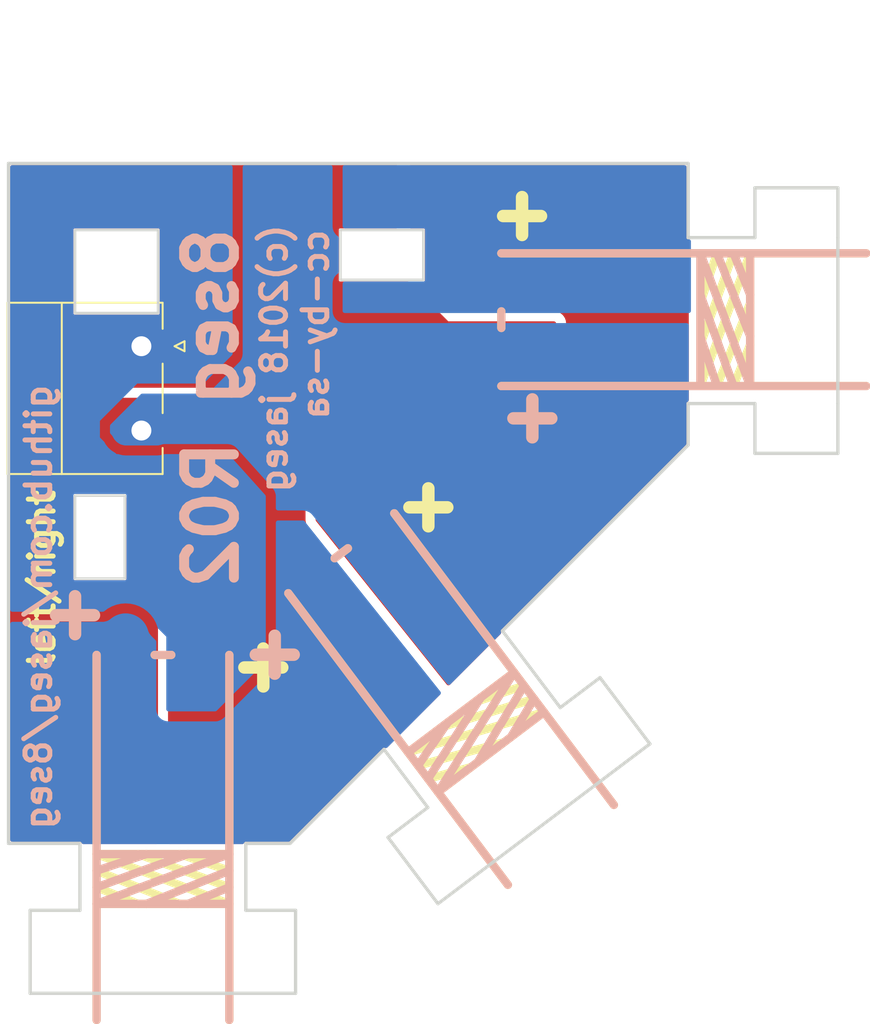
<source format=kicad_pcb>
(kicad_pcb (version 20230517) (generator pcbnew)
  (layers (0 "F.Cu" signal) (31 "B.Cu" signal) (34 "B.Paste" user) (35 "F.Paste" user) (36 "B.SilkS" user "B.Silkscreen") (37 "F.SilkS" user "F.Silkscreen") (38 "B.Mask" user) (39 "F.Mask" user) (44 "Edge.Cuts" user))
  (net 0 "")
  (net 1 "/A")
  (net 2 "/B")
  (net 3 "/C")
  (net 4 "/D")
  (footprint "footprints:led_tape_3528_2835" (layer "F.Cu") (at 154.3 64.6)
    (fp_text reference "J1" hide)
    (fp_text value "Conn_01x02" hide)
    (fp_line (start -4 0) (end -4 22) (stroke (width 0.5)) (layer "F.SilkS"))
    (fp_line (start -4 12) (end 4 12) (stroke (width 0.5)) (layer "F.SilkS"))
    (fp_line (start -4 13) (end 1 15) (stroke (width 0.5)) (layer "F.SilkS"))
    (fp_line (start -4 14) (end -1.5 15) (stroke (width 0.5)) (layer "F.SilkS"))
    (fp_line (start -4 15) (end 4 15) (stroke (width 0.5)) (layer "F.SilkS"))
    (fp_line (start -0.5 0) (end 0.5 0) (stroke (width 0.5)) (layer "F.SilkS"))
    (fp_line (start 1 12) (end 4 13) (stroke (width 0.5)) (layer "F.SilkS"))
    (fp_line (start 4 14) (end -1.5 12) (stroke (width 0.5)) (layer "F.SilkS"))
    (fp_line (start 4 15) (end -4 12) (stroke (width 0.5)) (layer "F.SilkS"))
    (fp_line (start 4 22) (end 4 0) (stroke (width 0.5)) (layer "F.SilkS"))
    (pad "1" smd oval (at -2.25 0) (size 2.8 5) (layers "F.Cu" "F.Paste" "F.Mask") (net 4 "/D"))
    (pad "2" smd oval (at 2.25 0) (size 2.8 5) (layers "F.Cu" "F.Paste" "F.Mask") (net 1 "/A"))
  )
  (footprint "footprints:led_tape_3528_2835" (layer "F.Cu") (at 165.05 58.475 37)
    (fp_text reference "J2" hide)
    (fp_text value "Conn_01x02" hide)
    (fp_line (start -4 0) (end -4 21.999999) (stroke (width 0.5)) (layer "F.SilkS"))
    (fp_line (start -0.5 0) (end 0.5 0) (stroke (width 0.5)) (layer "F.SilkS"))
    (fp_line (start -4 12) (end 4 12) (stroke (width 0.5)) (layer "F.SilkS"))
    (fp_line (start -4 13) (end 1 15) (stroke (width 0.5)) (layer "F.SilkS"))
    (fp_line (start -4 14) (end -1.5 15) (stroke (width 0.5)) (layer "F.SilkS"))
    (fp_line (start -4 15) (end 3.999999 15) (stroke (width 0.5)) (layer "F.SilkS"))
    (fp_line (start 1 12) (end 3.999999 13) (stroke (width 0.5)) (layer "F.SilkS"))
    (fp_line (start 4 14) (end -1.5 12) (stroke (width 0.5)) (layer "F.SilkS"))
    (fp_line (start 3.999999 15) (end -4 12) (stroke (width 0.5)) (layer "F.SilkS"))
    (fp_line (start 4 22) (end 4 0) (stroke (width 0.5)) (layer "F.SilkS"))
    (pad "1" smd oval (at -2.25 0 37) (size 2.8 5) (layers "F.Cu" "F.Paste" "F.Mask") (net 1 "/A"))
    (pad "2" smd oval (at 2.25 0 37) (size 2.8 5) (layers "F.Cu" "F.Paste" "F.Mask") (net 2 "/B"))
  )
  (footprint "Connectors_Phoenix:PhoenixContact_MC-G_02x5.08mm_Angled" (layer "F.Cu") (at 153 46 -90)
    (fp_text reference "J4" hide)
    (fp_text value "Conn_01x02" hide)
    (fp_line (start -2.62 8.08) (end 7.7 8.08) (stroke (width 0.12)) (layer "F.SilkS"))
    (fp_line (start 7.7 8.08) (end 7.7 -1.28) (stroke (width 0.12)) (layer "F.SilkS"))
    (fp_line (start -2.62 4.8) (end 7.7 4.8) (stroke (width 0.12)) (layer "F.SilkS"))
    (fp_line (start -2.62 -1.28) (end -2.62 8.08) (stroke (width 0.12)) (layer "F.SilkS"))
    (fp_line (start -2.62 -1.28) (end -1.05 -1.28) (stroke (width 0.12)) (layer "F.SilkS"))
    (fp_line (start 1.05 -1.28) (end 4.03 -1.28) (stroke (width 0.12)) (layer "F.SilkS"))
    (fp_line (start 7.7 -1.28) (end 6.13 -1.28) (stroke (width 0.12)) (layer "F.SilkS"))
    (fp_line (start 0 -2) (end -0.3 -2.6) (stroke (width 0.12)) (layer "F.SilkS"))
    (fp_line (start -0.3 -2.6) (end 0.3 -2.6) (stroke (width 0.12)) (layer "F.SilkS"))
    (fp_line (start 0.3 -2.6) (end 0 -2) (stroke (width 0.12)) (layer "F.SilkS"))
    (pad "1" thru_hole rect (at 0 0 270) (size 1.8 3.6) (drill 1.2) (layers "*.Cu" "*.Mask") (net 3 "/C"))
    (pad "2" thru_hole oval (at 5.08 0 270) (size 1.8 3.6) (drill 1.2) (layers "*.Cu" "*.Mask") (net 1 "/A"))
  )
  (footprint "footprints:led_tape_3528_2835" (layer "F.Cu") (at 174.7 44.4 90)
    (fp_text reference "J3" hide)
    (fp_text value "Conn_01x02" hide)
    (fp_line (start -0.5 0) (end 0.5 0) (stroke (width 0.5)) (layer "F.SilkS"))
    (fp_line (start -4 0) (end -4 22) (stroke (width 0.5)) (layer "F.SilkS"))
    (fp_line (start 1 12) (end 4 13) (stroke (width 0.5)) (layer "F.SilkS"))
    (fp_line (start -4 12) (end 4 12) (stroke (width 0.5)) (layer "F.SilkS"))
    (fp_line (start -4 13) (end 1 15) (stroke (width 0.5)) (layer "F.SilkS"))
    (fp_line (start 4 14) (end -1.5 12) (stroke (width 0.5)) (layer "F.SilkS"))
    (fp_line (start -4 14) (end -1.5 15) (stroke (width 0.5)) (layer "F.SilkS"))
    (fp_line (start 4 15) (end -4 12) (stroke (width 0.5)) (layer "F.SilkS"))
    (fp_line (start -4 15) (end 4 15) (stroke (width 0.5)) (layer "F.SilkS"))
    (fp_line (start 4 22) (end 4 0) (stroke (width 0.5)) (layer "F.SilkS"))
    (pad "1" smd oval (at -2.25 0 90) (size 2.8 5) (layers "F.Cu" "F.Paste" "F.Mask") (net 3 "/C"))
    (pad "2" smd oval (at 2.25 0 90) (size 2.8 5) (layers "F.Cu" "F.Paste" "F.Mask") (net 2 "/B"))
  )
  (footprint "footprints:led_tape_3528_2835" (layer "B.Cu") (at 154.3 64.6 180)
    (fp_text reference "J3" hide)
    (fp_text value "Conn_01x02" hide)
    (fp_line (start 4 -14) (end -1.5 -12) (stroke (width 0.5)) (layer "B.SilkS"))
    (fp_line (start 4 -15) (end -4 -12) (stroke (width 0.5)) (layer "B.SilkS"))
    (fp_line (start 4 -22) (end 4 0) (stroke (width 0.5)) (layer "B.SilkS"))
    (fp_line (start 1 -12) (end 4 -13) (stroke (width 0.5)) (layer "B.SilkS"))
    (fp_line (start -0.5 0) (end 0.5 0) (stroke (width 0.5)) (layer "B.SilkS"))
    (fp_line (start -4 0) (end -4 -22) (stroke (width 0.5)) (layer "B.SilkS"))
    (fp_line (start -4 -12) (end 4 -12) (stroke (width 0.5)) (layer "B.SilkS"))
    (fp_line (start -4 -13) (end 1 -15) (stroke (width 0.5)) (layer "B.SilkS"))
    (fp_line (start -4 -14) (end -1.5 -15) (stroke (width 0.5)) (layer "B.SilkS"))
    (fp_line (start -4 -15) (end 4 -15) (stroke (width 0.5)) (layer "B.SilkS"))
    (pad "1" smd oval (at -2.25 0 180) (size 2.8 5) (layers "B.Cu" "B.Paste" "B.Mask") (net 3 "/C"))
    (pad "2" smd oval (at 2.25 0 180) (size 2.8 5) (layers "B.Cu" "B.Paste" "B.Mask") (net 2 "/B"))
  )
  (footprint "footprints:led_tape_3528_2835" (layer "B.Cu") (at 174.7 44.4 -90)
    (fp_text reference "J1" hide)
    (fp_text value "Conn_01x02" hide)
    (fp_line (start -4 0) (end -4 -22) (stroke (width 0.5)) (layer "B.SilkS"))
    (fp_line (start -0.5 0) (end 0.5 0) (stroke (width 0.5)) (layer "B.SilkS"))
    (fp_line (start -4 -12) (end 4 -12) (stroke (width 0.5)) (layer "B.SilkS"))
    (fp_line (start 1 -12) (end 4 -13) (stroke (width 0.5)) (layer "B.SilkS"))
    (fp_line (start -4 -13) (end 1 -15) (stroke (width 0.5)) (layer "B.SilkS"))
    (fp_line (start -4 -14) (end -1.5 -15) (stroke (width 0.5)) (layer "B.SilkS"))
    (fp_line (start 4 -14) (end -1.5 -12) (stroke (width 0.5)) (layer "B.SilkS"))
    (fp_line (start -4 -15) (end 4 -15) (stroke (width 0.5)) (layer "B.SilkS"))
    (fp_line (start 4 -15) (end -4 -12) (stroke (width 0.5)) (layer "B.SilkS"))
    (fp_line (start 4 -22) (end 4 0) (stroke (width 0.5)) (layer "B.SilkS"))
    (pad "1" smd oval (at -2.25 0 270) (size 2.8 5) (layers "B.Cu" "B.Paste" "B.Mask") (net 4 "/D"))
    (pad "2" smd oval (at 2.25 0 270) (size 2.8 5) (layers "B.Cu" "B.Paste" "B.Mask") (net 1 "/A"))
  )
  (footprint "footprints:led_tape_3528_2835" (layer "B.Cu") (at 165.05 58.475 -143)
    (fp_text reference "J2" hide)
    (fp_text value "Conn_01x02" hide)
    (fp_line (start -0.5 0) (end 0.5 0) (stroke (width 0.5)) (layer "B.SilkS"))
    (fp_line (start -4 0) (end -4 -21.999999) (stroke (width 0.5)) (layer "B.SilkS"))
    (fp_line (start 4 -14) (end -1.5 -12.000001) (stroke (width 0.5)) (layer "B.SilkS"))
    (fp_line (start 3.999999 -15) (end -4 -12) (stroke (width 0.5)) (layer "B.SilkS"))
    (fp_line (start 1 -12) (end 3.999999 -13) (stroke (width 0.5)) (layer "B.SilkS"))
    (fp_line (start 4 -21.999999) (end 4 0) (stroke (width 0.5)) (layer "B.SilkS"))
    (fp_line (start -4 -12) (end 4 -12) (stroke (width 0.5)) (layer "B.SilkS"))
    (fp_line (start -3.999999 -13) (end 1 -15) (stroke (width 0.5)) (layer "B.SilkS"))
    (fp_line (start -4 -14) (end -1.5 -15) (stroke (width 0.5)) (layer "B.SilkS"))
    (fp_line (start -3.999999 -15) (end 3.999999 -15) (stroke (width 0.5)) (layer "B.SilkS"))
    (pad "1" smd oval (at -2.25 0 217) (size 2.8 5) (layers "B.Cu" "B.Paste" "B.Mask") (net 1 "/A"))
    (pad "2" smd oval (at 2.25 0 217) (size 2.8 5) (layers "B.Cu" "B.Paste" "B.Mask") (net 2 "/B"))
  )
  (gr_line (start 159.294381 75.958126) (end 161.959331 75.958126) (stroke (width 0.2)) (layer "Edge.Cuts"))
  (gr_line (start 194.988312 39.455444) (end 194.988312 36.455114) (stroke (width 0.2)) (layer "Edge.Cuts"))
  (gr_line (start 149.29395 75.958126) (end 149.29395 79.986826) (stroke (width 0.2)) (layer "Edge.Cuts"))
  (gr_line (start 181.260981 71.766655) (end 183.656702 69.961595) (stroke (width 0.2)) (layer "Edge.Cuts"))
  (gr_line (start 146.29414 79.986816) (end 146.29414 84.987036) (stroke (width 0.2)) (layer "Edge.Cuts"))
  (gr_line (start 189.988102 36.455114) (end 189.988102 39.455454) (stroke (width 0.2)) (layer "Edge.Cuts"))
  (gr_line (start 194.988312 36.455114) (end 189.988102 36.455114) (stroke (width 0.2)) (layer "Edge.Cuts"))
  (gr_line (start 152 60) (end 152 55) (stroke (width 0.15)) (layer "Edge.Cuts"))
  (gr_line (start 149.29395 79.986826) (end 146.29414 79.986816) (stroke (width 0.2)) (layer "Edge.Cuts"))
  (gr_line (start 165 39) (end 165 42) (stroke (width 0.15)) (layer "Edge.Cuts"))
  (gr_line (start 165 42) (end 170 42) (stroke (width 0.15)) (layer "Edge.Cuts"))
  (gr_line (start 162.294191 79.986826) (end 159.294381 79.986826) (stroke (width 0.2)) (layer "Edge.Cuts"))
  (gr_line (start 174.767321 63.149615) (end 185.959412 51.957535) (stroke (width 0.2)) (layer "Edge.Cuts"))
  (gr_line (start 173.274391 77.784896) (end 181.260981 71.766655) (stroke (width 0.2)) (layer "Edge.Cuts"))
  (gr_line (start 149 60) (end 152 60) (stroke (width 0.15)) (layer "Edge.Cuts"))
  (gr_line (start 194.988312 52.455175) (end 194.988312 49.455355) (stroke (width 0.2)) (layer "Edge.Cuts"))
  (gr_line (start 167.869041 75.596916) (end 170.878671 79.590466) (stroke (width 0.2)) (layer "Edge.Cuts"))
  (gr_line (start 170.265271 73.791346) (end 167.869041 75.596916) (stroke (width 0.2)) (layer "Edge.Cuts"))
  (gr_line (start 159.294381 79.986826) (end 159.294381 75.958126) (stroke (width 0.2)) (layer "Edge.Cuts"))
  (gr_line (start 185.959412 51.957535) (end 185.959412 49.455355) (stroke (width 0.2)) (layer "Edge.Cuts"))
  (gr_line (start 144.98827 34.986974) (end 144.98827 75.958126) (stroke (width 0.2)) (layer "Edge.Cuts"))
  (gr_line (start 154 44) (end 149 44) (stroke (width 0.15)) (layer "Edge.Cuts"))
  (gr_line (start 189.988102 52.455175) (end 194.988312 52.455175) (stroke (width 0.2)) (layer "Edge.Cuts"))
  (gr_line (start 149 55) (end 149 60) (stroke (width 0.15)) (layer "Edge.Cuts"))
  (gr_line (start 167.626681 70.290255) (end 170.265271 73.791346) (stroke (width 0.2)) (layer "Edge.Cuts"))
  (gr_line (start 185.959412 39.455454) (end 185.959412 34.986984) (stroke (width 0.2)) (layer "Edge.Cuts"))
  (gr_line (start 194.988312 49.455355) (end 194.988312 39.455444) (stroke (width 0.2)) (layer "Edge.Cuts"))
  (gr_line (start 170 42) (end 170 39) (stroke (width 0.15)) (layer "Edge.Cuts"))
  (gr_line (start 161.959331 75.958126) (end 167.626681 70.290255) (stroke (width 0.2)) (layer "Edge.Cuts"))
  (gr_line (start 178.251871 67.773615) (end 174.767321 63.149615) (stroke (width 0.2)) (layer "Edge.Cuts"))
  (gr_line (start 180.647581 65.968045) (end 178.251871 67.773615) (stroke (width 0.2)) (layer "Edge.Cuts"))
  (gr_line (start 162.294191 84.987036) (end 162.294191 79.986826) (stroke (width 0.2)) (layer "Edge.Cuts"))
  (gr_line (start 154 39) (end 154 44) (stroke (width 0.15)) (layer "Edge.Cuts"))
  (gr_line (start 185.959412 49.455355) (end 189.988102 49.455355) (stroke (width 0.2)) (layer "Edge.Cuts"))
  (gr_line (start 146.29414 84.987036) (end 162.294191 84.987036) (stroke (width 0.2)) (layer "Edge.Cuts"))
  (gr_line (start 149 44) (end 149 39) (stroke (width 0.15)) (layer "Edge.Cuts"))
  (gr_line (start 170 39) (end 165 39) (stroke (width 0.15)) (layer "Edge.Cuts"))
  (gr_line (start 170.878671 79.590466) (end 173.274391 77.784896) (stroke (width 0.2)) (layer "Edge.Cuts"))
  (gr_line (start 189.988102 49.455355) (end 189.988102 52.455175) (stroke (width 0.2)) (layer "Edge.Cuts"))
  (gr_line (start 144.98827 75.958126) (end 149.29395 75.958126) (stroke (width 0.2)) (layer "Edge.Cuts"))
  (gr_line (start 189.988102 39.455454) (end 185.959412 39.455454) (stroke (width 0.2)) (layer "Edge.Cuts"))
  (gr_line (start 183.656702 69.961595) (end 180.647581 65.968045) (stroke (width 0.2)) (layer "Edge.Cuts"))
  (gr_line (start 185.959412 34.986984) (end 144.98827 34.986974) (stroke (width 0.2)) (layer "Edge.Cuts"))
  (gr_line (start 149 39) (end 154 39) (stroke (width 0.15)) (layer "Edge.Cuts"))
  (gr_line (start 149 55) (end 152 55) (stroke (width 0.15)) (layer "Edge.Cuts"))
  (gr_text "+" (at 176.57 50.14) (layer "B.SilkS") (effects (font (size 3 3) (thickness 0.75)) (justify mirror)))
  (gr_text "+" (at 161.04 64.38) (layer "B.SilkS") (effects (font (size 3 3) (thickness 0.75)) (justify mirror)))
  (gr_text "+" (at 149 62) (layer "B.SilkS") (effects (font (size 3 3) (thickness 0.75)) (justify mirror)))
  (gr_text "8seg R02" (at 157.22 49.73 90) (layer "B.SilkS") (effects (font (size 3 3) (thickness 0.6)) (justify mirror)))
  (gr_text "cc-by-sa" (at 163.5 44.7 90) (layer "B.SilkS") (effects (font (size 1.5 1.5) (thickness 0.3)) (justify mirror)))
  (gr_text "(c)2018 jaseg" (at 161.01 46.74 90) (layer "B.SilkS") (effects (font (size 1.5 1.5) (thickness 0.3)) (justify mirror)))
  (gr_text "github.com/jaseg/8seg" (at 146.8 61.72 90) (layer "B.SilkS") (effects (font (size 1.5 1.5) (thickness 0.3)) (justify mirror)))
  (gr_text "+" (at 160.35 65.15) (layer "F.SilkS") (effects (font (size 3 3) (thickness 0.75))))
  (gr_text "+" (at 170.3 55.5) (layer "F.SilkS") (effects (font (size 3 3) (thickness 0.75))))
  (gr_text "left/right" (at 147 60 90) (layer "F.SilkS") (effects (font (size 1.5 1.5) (thickness 0.3))))
  (gr_text "+" (at 175.95 37.95) (layer "F.SilkS") (effects (font (size 3 3) (thickness 0.75))))
  (zone (net 2) (net_name "/B") (layer "F.Cu") (priority 1) (connect_pads yes (clearance 0.6)) (min_thickness 0.254) (fill yes (thermal_gap 0.508) (thermal_bridge_width 0.508))
    (polygon (pts (xy 168.5 51) (xy 163.5 51) (xy 163.5 56.5) (xy 171.5 66.5) (xy 186 52) (xy 186 35) (xy 168.5 35)))
  )
  (zone (net 1) (net_name "/A") (layer "F.Cu") (connect_pads yes (clearance 0.6)) (min_thickness 0.254) (fill yes (thermal_gap 0.508) (thermal_bridge_width 0.508))
    (polygon (pts (xy 145 48.5) (xy 145 76) (xy 162 76) (xy 175 63) (xy 164 51.5) (xy 161 48.5)))
  )
  (zone (net 3) (net_name "/C") (layer "F.Cu") (priority 2) (connect_pads yes (clearance 0.6)) (min_thickness 0.254) (fill yes (thermal_gap 0.508) (thermal_bridge_width 0.508))
    (polygon (pts (xy 145 48.5) (xy 161 48.5) (xy 163 50.5) (xy 175 50.5) (xy 178 47.5) (xy 178 44.5) (xy 171.5 44.5) (xy 168.5 41.5) (xy 168.5 35) (xy 145 35)))
  )
  (zone (net 4) (net_name "/D") (layer "F.Cu") (priority 1) (connect_pads yes (clearance 0.6)) (min_thickness 0.254) (fill yes (thermal_gap 0.508) (thermal_bridge_width 0.508))
    (polygon (pts (xy 145 76) (xy 154 76) (xy 154 55) (xy 145 55)))
  )
  (zone (net 2) (net_name "/B") (layer "B.Cu") (priority 1) (connect_pads yes (clearance 0.6)) (min_thickness 0.254) (fill yes (thermal_gap 0.508) (thermal_bridge_width 0.508))
    (polygon (pts (xy 161.019423 58.5) (xy 161 56.5) (xy 162.8 56.5) (xy 171.1 66.9) (xy 162.019423 76) (xy 145.019423 76) (xy 145.019423 58.5)))
  )
  (zone (net 3) (net_name "/C") (layer "B.Cu") (priority 2) (connect_pads yes (clearance 0.6)) (min_thickness 0.254) (fill yes (thermal_gap 0.508) (thermal_bridge_width 0.508))
    (polygon (pts (xy 158.5 35) (xy 158.5 46.5) (xy 156.75 48.25) (xy 152.75 48.25) (xy 150.5 50.5) (xy 150.5 51.5) (xy 151.5 52.5) (xy 158.25 52.5) (xy 160.5 55) (xy 160.5 65) (xy 157.5 68) (xy 154.5 68) (xy 154.5 63.5) (xy 153 62) (xy 145 62) (xy 145 35)))
  )
  (zone (net 1) (net_name "/A") (layer "B.Cu") (connect_pads yes (clearance 0.6)) (min_thickness 0.254) (fill yes (thermal_gap 0.508) (thermal_bridge_width 0.508))
    (polygon (pts (xy 150.5 49) (xy 158.5 34.959263) (xy 186 34.959263) (xy 186 51.959263) (xy 171.5 66.5) (xy 160 57.5) (xy 150.5 57.5)))
  )
  (zone (net 4) (net_name "/D") (layer "B.Cu") (priority 1) (connect_pads yes (clearance 0.6)) (min_thickness 0.254) (fill yes (thermal_gap 0.508) (thermal_bridge_width 0.508))
    (polygon (pts (xy 186.129934 35) (xy 186.129934 44) (xy 165.129934 44) (xy 165.129934 35)))
  )
)
</source>
